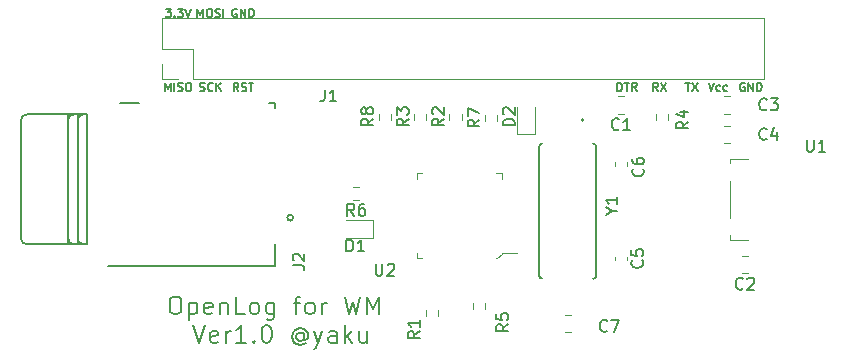
<source format=gbr>
G04 #@! TF.GenerationSoftware,KiCad,Pcbnew,(5.1.5)-3*
G04 #@! TF.CreationDate,2023-01-26T09:30:51+09:00*
G04 #@! TF.ProjectId,raspberrypi_zerow_uhat,72617370-6265-4727-9279-70695f7a6572,1.0*
G04 #@! TF.SameCoordinates,Original*
G04 #@! TF.FileFunction,Legend,Top*
G04 #@! TF.FilePolarity,Positive*
%FSLAX46Y46*%
G04 Gerber Fmt 4.6, Leading zero omitted, Abs format (unit mm)*
G04 Created by KiCad (PCBNEW (5.1.5)-3) date 2023-01-26 09:30:51*
%MOMM*%
%LPD*%
G04 APERTURE LIST*
%ADD10C,0.150000*%
%ADD11C,0.127000*%
%ADD12C,0.200000*%
%ADD13C,0.152400*%
%ADD14C,0.100000*%
%ADD15C,0.120000*%
G04 APERTURE END LIST*
D10*
X173998666Y-97718000D02*
X173932000Y-97684666D01*
X173832000Y-97684666D01*
X173732000Y-97718000D01*
X173665333Y-97784666D01*
X173632000Y-97851333D01*
X173598666Y-97984666D01*
X173598666Y-98084666D01*
X173632000Y-98218000D01*
X173665333Y-98284666D01*
X173732000Y-98351333D01*
X173832000Y-98384666D01*
X173898666Y-98384666D01*
X173998666Y-98351333D01*
X174032000Y-98318000D01*
X174032000Y-98084666D01*
X173898666Y-98084666D01*
X174332000Y-98384666D02*
X174332000Y-97684666D01*
X174732000Y-98384666D01*
X174732000Y-97684666D01*
X175065333Y-98384666D02*
X175065333Y-97684666D01*
X175232000Y-97684666D01*
X175332000Y-97718000D01*
X175398666Y-97784666D01*
X175432000Y-97851333D01*
X175465333Y-97984666D01*
X175465333Y-98084666D01*
X175432000Y-98218000D01*
X175398666Y-98284666D01*
X175332000Y-98351333D01*
X175232000Y-98384666D01*
X175065333Y-98384666D01*
X170948666Y-97684666D02*
X171182000Y-98384666D01*
X171415333Y-97684666D01*
X171948666Y-98351333D02*
X171882000Y-98384666D01*
X171748666Y-98384666D01*
X171682000Y-98351333D01*
X171648666Y-98318000D01*
X171615333Y-98251333D01*
X171615333Y-98051333D01*
X171648666Y-97984666D01*
X171682000Y-97951333D01*
X171748666Y-97918000D01*
X171882000Y-97918000D01*
X171948666Y-97951333D01*
X172548666Y-98351333D02*
X172482000Y-98384666D01*
X172348666Y-98384666D01*
X172282000Y-98351333D01*
X172248666Y-98318000D01*
X172215333Y-98251333D01*
X172215333Y-98051333D01*
X172248666Y-97984666D01*
X172282000Y-97951333D01*
X172348666Y-97918000D01*
X172482000Y-97918000D01*
X172548666Y-97951333D01*
X168998666Y-97684666D02*
X169398666Y-97684666D01*
X169198666Y-98384666D02*
X169198666Y-97684666D01*
X169565333Y-97684666D02*
X170032000Y-98384666D01*
X170032000Y-97684666D02*
X169565333Y-98384666D01*
X163232000Y-98384666D02*
X163232000Y-97684666D01*
X163398666Y-97684666D01*
X163498666Y-97718000D01*
X163565333Y-97784666D01*
X163598666Y-97851333D01*
X163632000Y-97984666D01*
X163632000Y-98084666D01*
X163598666Y-98218000D01*
X163565333Y-98284666D01*
X163498666Y-98351333D01*
X163398666Y-98384666D01*
X163232000Y-98384666D01*
X163832000Y-97684666D02*
X164232000Y-97684666D01*
X164032000Y-98384666D02*
X164032000Y-97684666D01*
X164865333Y-98384666D02*
X164632000Y-98051333D01*
X164465333Y-98384666D02*
X164465333Y-97684666D01*
X164732000Y-97684666D01*
X164798666Y-97718000D01*
X164832000Y-97751333D01*
X164865333Y-97818000D01*
X164865333Y-97918000D01*
X164832000Y-97984666D01*
X164798666Y-98018000D01*
X164732000Y-98051333D01*
X164465333Y-98051333D01*
X166665333Y-98384666D02*
X166432000Y-98051333D01*
X166265333Y-98384666D02*
X166265333Y-97684666D01*
X166532000Y-97684666D01*
X166598666Y-97718000D01*
X166632000Y-97751333D01*
X166665333Y-97818000D01*
X166665333Y-97918000D01*
X166632000Y-97984666D01*
X166598666Y-98018000D01*
X166532000Y-98051333D01*
X166265333Y-98051333D01*
X166898666Y-97684666D02*
X167365333Y-98384666D01*
X167365333Y-97684666D02*
X166898666Y-98384666D01*
X130998666Y-91468000D02*
X130932000Y-91434666D01*
X130832000Y-91434666D01*
X130732000Y-91468000D01*
X130665333Y-91534666D01*
X130632000Y-91601333D01*
X130598666Y-91734666D01*
X130598666Y-91834666D01*
X130632000Y-91968000D01*
X130665333Y-92034666D01*
X130732000Y-92101333D01*
X130832000Y-92134666D01*
X130898666Y-92134666D01*
X130998666Y-92101333D01*
X131032000Y-92068000D01*
X131032000Y-91834666D01*
X130898666Y-91834666D01*
X131332000Y-92134666D02*
X131332000Y-91434666D01*
X131732000Y-92134666D01*
X131732000Y-91434666D01*
X132065333Y-92134666D02*
X132065333Y-91434666D01*
X132232000Y-91434666D01*
X132332000Y-91468000D01*
X132398666Y-91534666D01*
X132432000Y-91601333D01*
X132465333Y-91734666D01*
X132465333Y-91834666D01*
X132432000Y-91968000D01*
X132398666Y-92034666D01*
X132332000Y-92101333D01*
X132232000Y-92134666D01*
X132065333Y-92134666D01*
X127682000Y-92134666D02*
X127682000Y-91434666D01*
X127915333Y-91934666D01*
X128148666Y-91434666D01*
X128148666Y-92134666D01*
X128615333Y-91434666D02*
X128748666Y-91434666D01*
X128815333Y-91468000D01*
X128882000Y-91534666D01*
X128915333Y-91668000D01*
X128915333Y-91901333D01*
X128882000Y-92034666D01*
X128815333Y-92101333D01*
X128748666Y-92134666D01*
X128615333Y-92134666D01*
X128548666Y-92101333D01*
X128482000Y-92034666D01*
X128448666Y-91901333D01*
X128448666Y-91668000D01*
X128482000Y-91534666D01*
X128548666Y-91468000D01*
X128615333Y-91434666D01*
X129182000Y-92101333D02*
X129282000Y-92134666D01*
X129448666Y-92134666D01*
X129515333Y-92101333D01*
X129548666Y-92068000D01*
X129582000Y-92001333D01*
X129582000Y-91934666D01*
X129548666Y-91868000D01*
X129515333Y-91834666D01*
X129448666Y-91801333D01*
X129315333Y-91768000D01*
X129248666Y-91734666D01*
X129215333Y-91701333D01*
X129182000Y-91634666D01*
X129182000Y-91568000D01*
X129215333Y-91501333D01*
X129248666Y-91468000D01*
X129315333Y-91434666D01*
X129482000Y-91434666D01*
X129582000Y-91468000D01*
X129882000Y-92134666D02*
X129882000Y-91434666D01*
X131148666Y-98384666D02*
X130915333Y-98051333D01*
X130748666Y-98384666D02*
X130748666Y-97684666D01*
X131015333Y-97684666D01*
X131082000Y-97718000D01*
X131115333Y-97751333D01*
X131148666Y-97818000D01*
X131148666Y-97918000D01*
X131115333Y-97984666D01*
X131082000Y-98018000D01*
X131015333Y-98051333D01*
X130748666Y-98051333D01*
X131415333Y-98351333D02*
X131515333Y-98384666D01*
X131682000Y-98384666D01*
X131748666Y-98351333D01*
X131782000Y-98318000D01*
X131815333Y-98251333D01*
X131815333Y-98184666D01*
X131782000Y-98118000D01*
X131748666Y-98084666D01*
X131682000Y-98051333D01*
X131548666Y-98018000D01*
X131482000Y-97984666D01*
X131448666Y-97951333D01*
X131415333Y-97884666D01*
X131415333Y-97818000D01*
X131448666Y-97751333D01*
X131482000Y-97718000D01*
X131548666Y-97684666D01*
X131715333Y-97684666D01*
X131815333Y-97718000D01*
X132015333Y-97684666D02*
X132415333Y-97684666D01*
X132215333Y-98384666D02*
X132215333Y-97684666D01*
X127882000Y-98351333D02*
X127982000Y-98384666D01*
X128148666Y-98384666D01*
X128215333Y-98351333D01*
X128248666Y-98318000D01*
X128282000Y-98251333D01*
X128282000Y-98184666D01*
X128248666Y-98118000D01*
X128215333Y-98084666D01*
X128148666Y-98051333D01*
X128015333Y-98018000D01*
X127948666Y-97984666D01*
X127915333Y-97951333D01*
X127882000Y-97884666D01*
X127882000Y-97818000D01*
X127915333Y-97751333D01*
X127948666Y-97718000D01*
X128015333Y-97684666D01*
X128182000Y-97684666D01*
X128282000Y-97718000D01*
X128982000Y-98318000D02*
X128948666Y-98351333D01*
X128848666Y-98384666D01*
X128782000Y-98384666D01*
X128682000Y-98351333D01*
X128615333Y-98284666D01*
X128582000Y-98218000D01*
X128548666Y-98084666D01*
X128548666Y-97984666D01*
X128582000Y-97851333D01*
X128615333Y-97784666D01*
X128682000Y-97718000D01*
X128782000Y-97684666D01*
X128848666Y-97684666D01*
X128948666Y-97718000D01*
X128982000Y-97751333D01*
X129282000Y-98384666D02*
X129282000Y-97684666D01*
X129682000Y-98384666D02*
X129382000Y-97984666D01*
X129682000Y-97684666D02*
X129282000Y-98084666D01*
X124998666Y-91434666D02*
X125432000Y-91434666D01*
X125198666Y-91701333D01*
X125298666Y-91701333D01*
X125365333Y-91734666D01*
X125398666Y-91768000D01*
X125432000Y-91834666D01*
X125432000Y-92001333D01*
X125398666Y-92068000D01*
X125365333Y-92101333D01*
X125298666Y-92134666D01*
X125098666Y-92134666D01*
X125032000Y-92101333D01*
X124998666Y-92068000D01*
X125732000Y-92068000D02*
X125765333Y-92101333D01*
X125732000Y-92134666D01*
X125698666Y-92101333D01*
X125732000Y-92068000D01*
X125732000Y-92134666D01*
X125998666Y-91434666D02*
X126432000Y-91434666D01*
X126198666Y-91701333D01*
X126298666Y-91701333D01*
X126365333Y-91734666D01*
X126398666Y-91768000D01*
X126432000Y-91834666D01*
X126432000Y-92001333D01*
X126398666Y-92068000D01*
X126365333Y-92101333D01*
X126298666Y-92134666D01*
X126098666Y-92134666D01*
X126032000Y-92101333D01*
X125998666Y-92068000D01*
X126632000Y-91434666D02*
X126865333Y-92134666D01*
X127098666Y-91434666D01*
X124932000Y-98384666D02*
X124932000Y-97684666D01*
X125165333Y-98184666D01*
X125398666Y-97684666D01*
X125398666Y-98384666D01*
X125732000Y-98384666D02*
X125732000Y-97684666D01*
X126032000Y-98351333D02*
X126132000Y-98384666D01*
X126298666Y-98384666D01*
X126365333Y-98351333D01*
X126398666Y-98318000D01*
X126432000Y-98251333D01*
X126432000Y-98184666D01*
X126398666Y-98118000D01*
X126365333Y-98084666D01*
X126298666Y-98051333D01*
X126165333Y-98018000D01*
X126098666Y-97984666D01*
X126065333Y-97951333D01*
X126032000Y-97884666D01*
X126032000Y-97818000D01*
X126065333Y-97751333D01*
X126098666Y-97718000D01*
X126165333Y-97684666D01*
X126332000Y-97684666D01*
X126432000Y-97718000D01*
X126865333Y-97684666D02*
X126998666Y-97684666D01*
X127065333Y-97718000D01*
X127132000Y-97784666D01*
X127165333Y-97918000D01*
X127165333Y-98151333D01*
X127132000Y-98284666D01*
X127065333Y-98351333D01*
X126998666Y-98384666D01*
X126865333Y-98384666D01*
X126798666Y-98351333D01*
X126732000Y-98284666D01*
X126698666Y-98151333D01*
X126698666Y-97918000D01*
X126732000Y-97784666D01*
X126798666Y-97718000D01*
X126865333Y-97684666D01*
X125674857Y-115796571D02*
X125960571Y-115796571D01*
X126103428Y-115868000D01*
X126246285Y-116010857D01*
X126317714Y-116296571D01*
X126317714Y-116796571D01*
X126246285Y-117082285D01*
X126103428Y-117225142D01*
X125960571Y-117296571D01*
X125674857Y-117296571D01*
X125532000Y-117225142D01*
X125389142Y-117082285D01*
X125317714Y-116796571D01*
X125317714Y-116296571D01*
X125389142Y-116010857D01*
X125532000Y-115868000D01*
X125674857Y-115796571D01*
X126960571Y-116296571D02*
X126960571Y-117796571D01*
X126960571Y-116368000D02*
X127103428Y-116296571D01*
X127389142Y-116296571D01*
X127532000Y-116368000D01*
X127603428Y-116439428D01*
X127674857Y-116582285D01*
X127674857Y-117010857D01*
X127603428Y-117153714D01*
X127532000Y-117225142D01*
X127389142Y-117296571D01*
X127103428Y-117296571D01*
X126960571Y-117225142D01*
X128889142Y-117225142D02*
X128746285Y-117296571D01*
X128460571Y-117296571D01*
X128317714Y-117225142D01*
X128246285Y-117082285D01*
X128246285Y-116510857D01*
X128317714Y-116368000D01*
X128460571Y-116296571D01*
X128746285Y-116296571D01*
X128889142Y-116368000D01*
X128960571Y-116510857D01*
X128960571Y-116653714D01*
X128246285Y-116796571D01*
X129603428Y-116296571D02*
X129603428Y-117296571D01*
X129603428Y-116439428D02*
X129674857Y-116368000D01*
X129817714Y-116296571D01*
X130032000Y-116296571D01*
X130174857Y-116368000D01*
X130246285Y-116510857D01*
X130246285Y-117296571D01*
X131674857Y-117296571D02*
X130960571Y-117296571D01*
X130960571Y-115796571D01*
X132389142Y-117296571D02*
X132246285Y-117225142D01*
X132174857Y-117153714D01*
X132103428Y-117010857D01*
X132103428Y-116582285D01*
X132174857Y-116439428D01*
X132246285Y-116368000D01*
X132389142Y-116296571D01*
X132603428Y-116296571D01*
X132746285Y-116368000D01*
X132817714Y-116439428D01*
X132889142Y-116582285D01*
X132889142Y-117010857D01*
X132817714Y-117153714D01*
X132746285Y-117225142D01*
X132603428Y-117296571D01*
X132389142Y-117296571D01*
X134174857Y-116296571D02*
X134174857Y-117510857D01*
X134103428Y-117653714D01*
X134032000Y-117725142D01*
X133889142Y-117796571D01*
X133674857Y-117796571D01*
X133532000Y-117725142D01*
X134174857Y-117225142D02*
X134032000Y-117296571D01*
X133746285Y-117296571D01*
X133603428Y-117225142D01*
X133532000Y-117153714D01*
X133460571Y-117010857D01*
X133460571Y-116582285D01*
X133532000Y-116439428D01*
X133603428Y-116368000D01*
X133746285Y-116296571D01*
X134032000Y-116296571D01*
X134174857Y-116368000D01*
X135817714Y-116296571D02*
X136389142Y-116296571D01*
X136032000Y-117296571D02*
X136032000Y-116010857D01*
X136103428Y-115868000D01*
X136246285Y-115796571D01*
X136389142Y-115796571D01*
X137103428Y-117296571D02*
X136960571Y-117225142D01*
X136889142Y-117153714D01*
X136817714Y-117010857D01*
X136817714Y-116582285D01*
X136889142Y-116439428D01*
X136960571Y-116368000D01*
X137103428Y-116296571D01*
X137317714Y-116296571D01*
X137460571Y-116368000D01*
X137532000Y-116439428D01*
X137603428Y-116582285D01*
X137603428Y-117010857D01*
X137532000Y-117153714D01*
X137460571Y-117225142D01*
X137317714Y-117296571D01*
X137103428Y-117296571D01*
X138246285Y-117296571D02*
X138246285Y-116296571D01*
X138246285Y-116582285D02*
X138317714Y-116439428D01*
X138389142Y-116368000D01*
X138532000Y-116296571D01*
X138674857Y-116296571D01*
X140174857Y-115796571D02*
X140532000Y-117296571D01*
X140817714Y-116225142D01*
X141103428Y-117296571D01*
X141460571Y-115796571D01*
X142032000Y-117296571D02*
X142032000Y-115796571D01*
X142532000Y-116868000D01*
X143032000Y-115796571D01*
X143032000Y-117296571D01*
X127317714Y-118196571D02*
X127817714Y-119696571D01*
X128317714Y-118196571D01*
X129389142Y-119625142D02*
X129246285Y-119696571D01*
X128960571Y-119696571D01*
X128817714Y-119625142D01*
X128746285Y-119482285D01*
X128746285Y-118910857D01*
X128817714Y-118768000D01*
X128960571Y-118696571D01*
X129246285Y-118696571D01*
X129389142Y-118768000D01*
X129460571Y-118910857D01*
X129460571Y-119053714D01*
X128746285Y-119196571D01*
X130103428Y-119696571D02*
X130103428Y-118696571D01*
X130103428Y-118982285D02*
X130174857Y-118839428D01*
X130246285Y-118768000D01*
X130389142Y-118696571D01*
X130531999Y-118696571D01*
X131817714Y-119696571D02*
X130960571Y-119696571D01*
X131389142Y-119696571D02*
X131389142Y-118196571D01*
X131246285Y-118410857D01*
X131103428Y-118553714D01*
X130960571Y-118625142D01*
X132460571Y-119553714D02*
X132531999Y-119625142D01*
X132460571Y-119696571D01*
X132389142Y-119625142D01*
X132460571Y-119553714D01*
X132460571Y-119696571D01*
X133460571Y-118196571D02*
X133603428Y-118196571D01*
X133746285Y-118268000D01*
X133817714Y-118339428D01*
X133889142Y-118482285D01*
X133960571Y-118768000D01*
X133960571Y-119125142D01*
X133889142Y-119410857D01*
X133817714Y-119553714D01*
X133746285Y-119625142D01*
X133603428Y-119696571D01*
X133460571Y-119696571D01*
X133317714Y-119625142D01*
X133246285Y-119553714D01*
X133174857Y-119410857D01*
X133103428Y-119125142D01*
X133103428Y-118768000D01*
X133174857Y-118482285D01*
X133246285Y-118339428D01*
X133317714Y-118268000D01*
X133460571Y-118196571D01*
X136674857Y-118982285D02*
X136603428Y-118910857D01*
X136460571Y-118839428D01*
X136317714Y-118839428D01*
X136174857Y-118910857D01*
X136103428Y-118982285D01*
X136032000Y-119125142D01*
X136032000Y-119268000D01*
X136103428Y-119410857D01*
X136174857Y-119482285D01*
X136317714Y-119553714D01*
X136460571Y-119553714D01*
X136603428Y-119482285D01*
X136674857Y-119410857D01*
X136674857Y-118839428D02*
X136674857Y-119410857D01*
X136746285Y-119482285D01*
X136817714Y-119482285D01*
X136960571Y-119410857D01*
X137032000Y-119268000D01*
X137032000Y-118910857D01*
X136889142Y-118696571D01*
X136674857Y-118553714D01*
X136389142Y-118482285D01*
X136103428Y-118553714D01*
X135889142Y-118696571D01*
X135746285Y-118910857D01*
X135674857Y-119196571D01*
X135746285Y-119482285D01*
X135889142Y-119696571D01*
X136103428Y-119839428D01*
X136389142Y-119910857D01*
X136674857Y-119839428D01*
X136889142Y-119696571D01*
X137532000Y-118696571D02*
X137889142Y-119696571D01*
X138246285Y-118696571D02*
X137889142Y-119696571D01*
X137746285Y-120053714D01*
X137674857Y-120125142D01*
X137532000Y-120196571D01*
X139460571Y-119696571D02*
X139460571Y-118910857D01*
X139389142Y-118768000D01*
X139246285Y-118696571D01*
X138960571Y-118696571D01*
X138817714Y-118768000D01*
X139460571Y-119625142D02*
X139317714Y-119696571D01*
X138960571Y-119696571D01*
X138817714Y-119625142D01*
X138746285Y-119482285D01*
X138746285Y-119339428D01*
X138817714Y-119196571D01*
X138960571Y-119125142D01*
X139317714Y-119125142D01*
X139460571Y-119053714D01*
X140174857Y-119696571D02*
X140174857Y-118196571D01*
X140317714Y-119125142D02*
X140746285Y-119696571D01*
X140746285Y-118696571D02*
X140174857Y-119268000D01*
X142032000Y-118696571D02*
X142032000Y-119696571D01*
X141389142Y-118696571D02*
X141389142Y-119482285D01*
X141460571Y-119625142D01*
X141603428Y-119696571D01*
X141817714Y-119696571D01*
X141960571Y-119625142D01*
X142032000Y-119553714D01*
D11*
X121132000Y-99368000D02*
X122732000Y-99368000D01*
D12*
X135782000Y-109118000D02*
G75*
G03X135782000Y-109118000I-250000J0D01*
G01*
D11*
X134282000Y-113218000D02*
X120132000Y-113218000D01*
X134282000Y-111368000D02*
X134282000Y-113218000D01*
X134282000Y-99368000D02*
X133732000Y-99368000D01*
X134282000Y-99818000D02*
X134282000Y-99368000D01*
X113232000Y-100368000D02*
G75*
G03X112732000Y-100868000I0J-500000D01*
G01*
X116732000Y-100368000D02*
X113232000Y-100368000D01*
X117232000Y-100368000D02*
G75*
G03X116732000Y-100868000I0J-500000D01*
G01*
X117532000Y-100368000D02*
X117232000Y-100368000D01*
X118032000Y-100368000D02*
G75*
G03X117532000Y-100868000I0J-500000D01*
G01*
X118332000Y-100368000D02*
X118032000Y-100368000D01*
X113232000Y-111368000D02*
G75*
G02X112732000Y-110868000I0J500000D01*
G01*
X116732000Y-111368000D02*
X113232000Y-111368000D01*
X117232000Y-111368000D02*
G75*
G02X116732000Y-110868000I0J500000D01*
G01*
X117532000Y-111368000D02*
X117232000Y-111368000D01*
X118032000Y-111368000D02*
G75*
G02X117532000Y-110868000I0J500000D01*
G01*
X118332000Y-111368000D02*
X118032000Y-111368000D01*
X112732000Y-110868000D02*
X112732000Y-100868000D01*
X118332000Y-100368000D02*
X118332000Y-111368000D01*
X116732000Y-100368000D02*
X117232000Y-100368000D01*
X116732000Y-100868000D02*
X116732000Y-100368000D01*
X116732000Y-110868000D02*
X116732000Y-100868000D01*
X116732000Y-111368000D02*
X116732000Y-110868000D01*
X117232000Y-111368000D02*
X116732000Y-111368000D01*
X117532000Y-100368000D02*
X118032000Y-100368000D01*
X117532000Y-100868000D02*
X117532000Y-100368000D01*
X117532000Y-110868000D02*
X117532000Y-100868000D01*
X117532000Y-111368000D02*
X117532000Y-110868000D01*
X118032000Y-111368000D02*
X117532000Y-111368000D01*
D13*
X161445000Y-103107000D02*
X161445000Y-114029000D01*
X161191000Y-102853000D02*
G75*
G02X161445000Y-103107000I0J-254000D01*
G01*
X161445000Y-114029000D02*
G75*
G02X161191000Y-114283000I-254000J0D01*
G01*
X156619000Y-103107000D02*
X156619000Y-114029000D01*
X156873000Y-102853000D02*
G75*
G03X156619000Y-103107000I0J-254000D01*
G01*
X156619000Y-114029000D02*
G75*
G03X156873000Y-114283000I254000J0D01*
G01*
D14*
X160409000Y-100818000D02*
G75*
G03X160409000Y-100818000I-127000J0D01*
G01*
X152982000Y-112568000D02*
X153082000Y-112568000D01*
X153082000Y-112568000D02*
X153432000Y-112218000D01*
X153432000Y-112218000D02*
X153432000Y-112118000D01*
X153432000Y-112118000D02*
X154732000Y-112118000D01*
X146232000Y-112568000D02*
X146682000Y-112568000D01*
X146232000Y-112568000D02*
X146232000Y-112118000D01*
X146232000Y-105368000D02*
X146232000Y-105818000D01*
X146232000Y-105368000D02*
X146682000Y-105368000D01*
X153432000Y-105368000D02*
X152982000Y-105368000D01*
X153432000Y-105368000D02*
X153432000Y-105818000D01*
D15*
X172757000Y-110968000D02*
X172757000Y-110568000D01*
X174257000Y-110968000D02*
X172757000Y-110968000D01*
X172757000Y-109168000D02*
X172757000Y-105968000D01*
X172757000Y-104168000D02*
X174257000Y-104168000D01*
X172757000Y-104518000D02*
X172757000Y-104168000D01*
X144054500Y-100822724D02*
X144054500Y-100313276D01*
X143009500Y-100822724D02*
X143009500Y-100313276D01*
X153054500Y-100910724D02*
X153054500Y-100401276D01*
X152009500Y-100910724D02*
X152009500Y-100401276D01*
X141374724Y-106545500D02*
X140865276Y-106545500D01*
X141374724Y-107590500D02*
X140865276Y-107590500D01*
X151009500Y-116313276D02*
X151009500Y-116822724D01*
X152054500Y-116313276D02*
X152054500Y-116822724D01*
X167554500Y-100822724D02*
X167554500Y-100313276D01*
X166509500Y-100822724D02*
X166509500Y-100313276D01*
X147054500Y-100822724D02*
X147054500Y-100313276D01*
X146009500Y-100822724D02*
X146009500Y-100313276D01*
X150054500Y-100822724D02*
X150054500Y-100313276D01*
X149009500Y-100822724D02*
X149009500Y-100313276D01*
X148054500Y-117410724D02*
X148054500Y-116901276D01*
X147009500Y-117410724D02*
X147009500Y-116901276D01*
X124702000Y-97398000D02*
X124702000Y-96068000D01*
X126032000Y-97398000D02*
X124702000Y-97398000D01*
X124702000Y-94798000D02*
X124702000Y-92198000D01*
X127302000Y-94798000D02*
X124702000Y-94798000D01*
X127302000Y-97398000D02*
X127302000Y-94798000D01*
X124702000Y-92198000D02*
X175622000Y-92198000D01*
X127302000Y-97398000D02*
X175622000Y-97398000D01*
X175622000Y-97398000D02*
X175622000Y-92198000D01*
X156292000Y-102038000D02*
X156292000Y-99768000D01*
X154772000Y-102038000D02*
X156292000Y-102038000D01*
X154772000Y-99768000D02*
X154772000Y-102038000D01*
X142502000Y-109308000D02*
X140232000Y-109308000D01*
X142502000Y-110828000D02*
X142502000Y-109308000D01*
X140232000Y-110828000D02*
X142502000Y-110828000D01*
X159293252Y-117333000D02*
X158770748Y-117333000D01*
X159293252Y-118803000D02*
X158770748Y-118803000D01*
X164042000Y-104714267D02*
X164042000Y-104421733D01*
X163022000Y-104714267D02*
X163022000Y-104421733D01*
X163022000Y-112421733D02*
X163022000Y-112714267D01*
X164042000Y-112421733D02*
X164042000Y-112714267D01*
X172793252Y-101333000D02*
X172270748Y-101333000D01*
X172793252Y-102803000D02*
X172270748Y-102803000D01*
X172755252Y-98833000D02*
X172232748Y-98833000D01*
X172755252Y-100303000D02*
X172232748Y-100303000D01*
X174293252Y-112333000D02*
X173770748Y-112333000D01*
X174293252Y-113803000D02*
X173770748Y-113803000D01*
X163793252Y-98833000D02*
X163270748Y-98833000D01*
X163793252Y-100303000D02*
X163270748Y-100303000D01*
D10*
X135733544Y-113151842D02*
X136448921Y-113151842D01*
X136591996Y-113199534D01*
X136687380Y-113294918D01*
X136735072Y-113437993D01*
X136735072Y-113533377D01*
X135828927Y-112722616D02*
X135781236Y-112674924D01*
X135733544Y-112579540D01*
X135733544Y-112341081D01*
X135781236Y-112245698D01*
X135828927Y-112198006D01*
X135924311Y-112150314D01*
X136019695Y-112150314D01*
X136162770Y-112198006D01*
X136735072Y-112770308D01*
X136735072Y-112150314D01*
X162758155Y-108544880D02*
X163235036Y-108544880D01*
X162233587Y-108878696D02*
X162758155Y-108544880D01*
X162233587Y-108211064D01*
X163235036Y-107352679D02*
X163235036Y-107924935D01*
X163235036Y-107638807D02*
X162233587Y-107638807D01*
X162376651Y-107734183D01*
X162472027Y-107829559D01*
X162519715Y-107924935D01*
X142770095Y-113020380D02*
X142770095Y-113829904D01*
X142817714Y-113925142D01*
X142865333Y-113972761D01*
X142960571Y-114020380D01*
X143151047Y-114020380D01*
X143246285Y-113972761D01*
X143293904Y-113925142D01*
X143341523Y-113829904D01*
X143341523Y-113020380D01*
X143770095Y-113115619D02*
X143817714Y-113068000D01*
X143912952Y-113020380D01*
X144151047Y-113020380D01*
X144246285Y-113068000D01*
X144293904Y-113115619D01*
X144341523Y-113210857D01*
X144341523Y-113306095D01*
X144293904Y-113448952D01*
X143722476Y-114020380D01*
X144341523Y-114020380D01*
X179270095Y-102520380D02*
X179270095Y-103329904D01*
X179317714Y-103425142D01*
X179365333Y-103472761D01*
X179460571Y-103520380D01*
X179651047Y-103520380D01*
X179746285Y-103472761D01*
X179793904Y-103425142D01*
X179841523Y-103329904D01*
X179841523Y-102520380D01*
X180841523Y-103520380D02*
X180270095Y-103520380D01*
X180555809Y-103520380D02*
X180555809Y-102520380D01*
X180460571Y-102663238D01*
X180365333Y-102758476D01*
X180270095Y-102806095D01*
X142554380Y-100734666D02*
X142078190Y-101068000D01*
X142554380Y-101306095D02*
X141554380Y-101306095D01*
X141554380Y-100925142D01*
X141602000Y-100829904D01*
X141649619Y-100782285D01*
X141744857Y-100734666D01*
X141887714Y-100734666D01*
X141982952Y-100782285D01*
X142030571Y-100829904D01*
X142078190Y-100925142D01*
X142078190Y-101306095D01*
X141982952Y-100163238D02*
X141935333Y-100258476D01*
X141887714Y-100306095D01*
X141792476Y-100353714D01*
X141744857Y-100353714D01*
X141649619Y-100306095D01*
X141602000Y-100258476D01*
X141554380Y-100163238D01*
X141554380Y-99972761D01*
X141602000Y-99877523D01*
X141649619Y-99829904D01*
X141744857Y-99782285D01*
X141792476Y-99782285D01*
X141887714Y-99829904D01*
X141935333Y-99877523D01*
X141982952Y-99972761D01*
X141982952Y-100163238D01*
X142030571Y-100258476D01*
X142078190Y-100306095D01*
X142173428Y-100353714D01*
X142363904Y-100353714D01*
X142459142Y-100306095D01*
X142506761Y-100258476D01*
X142554380Y-100163238D01*
X142554380Y-99972761D01*
X142506761Y-99877523D01*
X142459142Y-99829904D01*
X142363904Y-99782285D01*
X142173428Y-99782285D01*
X142078190Y-99829904D01*
X142030571Y-99877523D01*
X141982952Y-99972761D01*
X151554380Y-100822666D02*
X151078190Y-101156000D01*
X151554380Y-101394095D02*
X150554380Y-101394095D01*
X150554380Y-101013142D01*
X150602000Y-100917904D01*
X150649619Y-100870285D01*
X150744857Y-100822666D01*
X150887714Y-100822666D01*
X150982952Y-100870285D01*
X151030571Y-100917904D01*
X151078190Y-101013142D01*
X151078190Y-101394095D01*
X150554380Y-100489333D02*
X150554380Y-99822666D01*
X151554380Y-100251238D01*
X140953333Y-108950380D02*
X140620000Y-108474190D01*
X140381904Y-108950380D02*
X140381904Y-107950380D01*
X140762857Y-107950380D01*
X140858095Y-107998000D01*
X140905714Y-108045619D01*
X140953333Y-108140857D01*
X140953333Y-108283714D01*
X140905714Y-108378952D01*
X140858095Y-108426571D01*
X140762857Y-108474190D01*
X140381904Y-108474190D01*
X141810476Y-107950380D02*
X141620000Y-107950380D01*
X141524761Y-107998000D01*
X141477142Y-108045619D01*
X141381904Y-108188476D01*
X141334285Y-108378952D01*
X141334285Y-108759904D01*
X141381904Y-108855142D01*
X141429523Y-108902761D01*
X141524761Y-108950380D01*
X141715238Y-108950380D01*
X141810476Y-108902761D01*
X141858095Y-108855142D01*
X141905714Y-108759904D01*
X141905714Y-108521809D01*
X141858095Y-108426571D01*
X141810476Y-108378952D01*
X141715238Y-108331333D01*
X141524761Y-108331333D01*
X141429523Y-108378952D01*
X141381904Y-108426571D01*
X141334285Y-108521809D01*
X153984380Y-118147166D02*
X153508190Y-118480500D01*
X153984380Y-118718595D02*
X152984380Y-118718595D01*
X152984380Y-118337642D01*
X153032000Y-118242404D01*
X153079619Y-118194785D01*
X153174857Y-118147166D01*
X153317714Y-118147166D01*
X153412952Y-118194785D01*
X153460571Y-118242404D01*
X153508190Y-118337642D01*
X153508190Y-118718595D01*
X152984380Y-117242404D02*
X152984380Y-117718595D01*
X153460571Y-117766214D01*
X153412952Y-117718595D01*
X153365333Y-117623357D01*
X153365333Y-117385261D01*
X153412952Y-117290023D01*
X153460571Y-117242404D01*
X153555809Y-117194785D01*
X153793904Y-117194785D01*
X153889142Y-117242404D01*
X153936761Y-117290023D01*
X153984380Y-117385261D01*
X153984380Y-117623357D01*
X153936761Y-117718595D01*
X153889142Y-117766214D01*
X169234380Y-100984666D02*
X168758190Y-101318000D01*
X169234380Y-101556095D02*
X168234380Y-101556095D01*
X168234380Y-101175142D01*
X168282000Y-101079904D01*
X168329619Y-101032285D01*
X168424857Y-100984666D01*
X168567714Y-100984666D01*
X168662952Y-101032285D01*
X168710571Y-101079904D01*
X168758190Y-101175142D01*
X168758190Y-101556095D01*
X168567714Y-100127523D02*
X169234380Y-100127523D01*
X168186761Y-100365619D02*
X168901047Y-100603714D01*
X168901047Y-99984666D01*
X145554380Y-100734666D02*
X145078190Y-101068000D01*
X145554380Y-101306095D02*
X144554380Y-101306095D01*
X144554380Y-100925142D01*
X144602000Y-100829904D01*
X144649619Y-100782285D01*
X144744857Y-100734666D01*
X144887714Y-100734666D01*
X144982952Y-100782285D01*
X145030571Y-100829904D01*
X145078190Y-100925142D01*
X145078190Y-101306095D01*
X144554380Y-100401333D02*
X144554380Y-99782285D01*
X144935333Y-100115619D01*
X144935333Y-99972761D01*
X144982952Y-99877523D01*
X145030571Y-99829904D01*
X145125809Y-99782285D01*
X145363904Y-99782285D01*
X145459142Y-99829904D01*
X145506761Y-99877523D01*
X145554380Y-99972761D01*
X145554380Y-100258476D01*
X145506761Y-100353714D01*
X145459142Y-100401333D01*
X148554380Y-100734666D02*
X148078190Y-101068000D01*
X148554380Y-101306095D02*
X147554380Y-101306095D01*
X147554380Y-100925142D01*
X147602000Y-100829904D01*
X147649619Y-100782285D01*
X147744857Y-100734666D01*
X147887714Y-100734666D01*
X147982952Y-100782285D01*
X148030571Y-100829904D01*
X148078190Y-100925142D01*
X148078190Y-101306095D01*
X147649619Y-100353714D02*
X147602000Y-100306095D01*
X147554380Y-100210857D01*
X147554380Y-99972761D01*
X147602000Y-99877523D01*
X147649619Y-99829904D01*
X147744857Y-99782285D01*
X147840095Y-99782285D01*
X147982952Y-99829904D01*
X148554380Y-100401333D01*
X148554380Y-99782285D01*
X146484380Y-118735166D02*
X146008190Y-119068500D01*
X146484380Y-119306595D02*
X145484380Y-119306595D01*
X145484380Y-118925642D01*
X145532000Y-118830404D01*
X145579619Y-118782785D01*
X145674857Y-118735166D01*
X145817714Y-118735166D01*
X145912952Y-118782785D01*
X145960571Y-118830404D01*
X146008190Y-118925642D01*
X146008190Y-119306595D01*
X146484380Y-117782785D02*
X146484380Y-118354214D01*
X146484380Y-118068500D02*
X145484380Y-118068500D01*
X145627238Y-118163738D01*
X145722476Y-118258976D01*
X145770095Y-118354214D01*
X138448666Y-98270380D02*
X138448666Y-98984666D01*
X138401047Y-99127523D01*
X138305809Y-99222761D01*
X138162952Y-99270380D01*
X138067714Y-99270380D01*
X139448666Y-99270380D02*
X138877238Y-99270380D01*
X139162952Y-99270380D02*
X139162952Y-98270380D01*
X139067714Y-98413238D01*
X138972476Y-98508476D01*
X138877238Y-98556095D01*
X154534380Y-101306095D02*
X153534380Y-101306095D01*
X153534380Y-101068000D01*
X153582000Y-100925142D01*
X153677238Y-100829904D01*
X153772476Y-100782285D01*
X153962952Y-100734666D01*
X154105809Y-100734666D01*
X154296285Y-100782285D01*
X154391523Y-100829904D01*
X154486761Y-100925142D01*
X154534380Y-101068000D01*
X154534380Y-101306095D01*
X153629619Y-100353714D02*
X153582000Y-100306095D01*
X153534380Y-100210857D01*
X153534380Y-99972761D01*
X153582000Y-99877523D01*
X153629619Y-99829904D01*
X153724857Y-99782285D01*
X153820095Y-99782285D01*
X153962952Y-99829904D01*
X154534380Y-100401333D01*
X154534380Y-99782285D01*
X140293904Y-111970380D02*
X140293904Y-110970380D01*
X140532000Y-110970380D01*
X140674857Y-111018000D01*
X140770095Y-111113238D01*
X140817714Y-111208476D01*
X140865333Y-111398952D01*
X140865333Y-111541809D01*
X140817714Y-111732285D01*
X140770095Y-111827523D01*
X140674857Y-111922761D01*
X140532000Y-111970380D01*
X140293904Y-111970380D01*
X141817714Y-111970380D02*
X141246285Y-111970380D01*
X141532000Y-111970380D02*
X141532000Y-110970380D01*
X141436761Y-111113238D01*
X141341523Y-111208476D01*
X141246285Y-111256095D01*
X162365333Y-118675142D02*
X162317714Y-118722761D01*
X162174857Y-118770380D01*
X162079619Y-118770380D01*
X161936761Y-118722761D01*
X161841523Y-118627523D01*
X161793904Y-118532285D01*
X161746285Y-118341809D01*
X161746285Y-118198952D01*
X161793904Y-118008476D01*
X161841523Y-117913238D01*
X161936761Y-117818000D01*
X162079619Y-117770380D01*
X162174857Y-117770380D01*
X162317714Y-117818000D01*
X162365333Y-117865619D01*
X162698666Y-117770380D02*
X163365333Y-117770380D01*
X162936761Y-118770380D01*
X165389142Y-104984666D02*
X165436761Y-105032285D01*
X165484380Y-105175142D01*
X165484380Y-105270380D01*
X165436761Y-105413238D01*
X165341523Y-105508476D01*
X165246285Y-105556095D01*
X165055809Y-105603714D01*
X164912952Y-105603714D01*
X164722476Y-105556095D01*
X164627238Y-105508476D01*
X164532000Y-105413238D01*
X164484380Y-105270380D01*
X164484380Y-105175142D01*
X164532000Y-105032285D01*
X164579619Y-104984666D01*
X164484380Y-104127523D02*
X164484380Y-104318000D01*
X164532000Y-104413238D01*
X164579619Y-104460857D01*
X164722476Y-104556095D01*
X164912952Y-104603714D01*
X165293904Y-104603714D01*
X165389142Y-104556095D01*
X165436761Y-104508476D01*
X165484380Y-104413238D01*
X165484380Y-104222761D01*
X165436761Y-104127523D01*
X165389142Y-104079904D01*
X165293904Y-104032285D01*
X165055809Y-104032285D01*
X164960571Y-104079904D01*
X164912952Y-104127523D01*
X164865333Y-104222761D01*
X164865333Y-104413238D01*
X164912952Y-104508476D01*
X164960571Y-104556095D01*
X165055809Y-104603714D01*
X165319142Y-112734666D02*
X165366761Y-112782285D01*
X165414380Y-112925142D01*
X165414380Y-113020380D01*
X165366761Y-113163238D01*
X165271523Y-113258476D01*
X165176285Y-113306095D01*
X164985809Y-113353714D01*
X164842952Y-113353714D01*
X164652476Y-113306095D01*
X164557238Y-113258476D01*
X164462000Y-113163238D01*
X164414380Y-113020380D01*
X164414380Y-112925142D01*
X164462000Y-112782285D01*
X164509619Y-112734666D01*
X164414380Y-111829904D02*
X164414380Y-112306095D01*
X164890571Y-112353714D01*
X164842952Y-112306095D01*
X164795333Y-112210857D01*
X164795333Y-111972761D01*
X164842952Y-111877523D01*
X164890571Y-111829904D01*
X164985809Y-111782285D01*
X165223904Y-111782285D01*
X165319142Y-111829904D01*
X165366761Y-111877523D01*
X165414380Y-111972761D01*
X165414380Y-112210857D01*
X165366761Y-112306095D01*
X165319142Y-112353714D01*
X175865333Y-102425142D02*
X175817714Y-102472761D01*
X175674857Y-102520380D01*
X175579619Y-102520380D01*
X175436761Y-102472761D01*
X175341523Y-102377523D01*
X175293904Y-102282285D01*
X175246285Y-102091809D01*
X175246285Y-101948952D01*
X175293904Y-101758476D01*
X175341523Y-101663238D01*
X175436761Y-101568000D01*
X175579619Y-101520380D01*
X175674857Y-101520380D01*
X175817714Y-101568000D01*
X175865333Y-101615619D01*
X176722476Y-101853714D02*
X176722476Y-102520380D01*
X176484380Y-101472761D02*
X176246285Y-102187047D01*
X176865333Y-102187047D01*
X175864833Y-99925142D02*
X175817214Y-99972761D01*
X175674357Y-100020380D01*
X175579119Y-100020380D01*
X175436261Y-99972761D01*
X175341023Y-99877523D01*
X175293404Y-99782285D01*
X175245785Y-99591809D01*
X175245785Y-99448952D01*
X175293404Y-99258476D01*
X175341023Y-99163238D01*
X175436261Y-99068000D01*
X175579119Y-99020380D01*
X175674357Y-99020380D01*
X175817214Y-99068000D01*
X175864833Y-99115619D01*
X176198166Y-99020380D02*
X176817214Y-99020380D01*
X176483880Y-99401333D01*
X176626738Y-99401333D01*
X176721976Y-99448952D01*
X176769595Y-99496571D01*
X176817214Y-99591809D01*
X176817214Y-99829904D01*
X176769595Y-99925142D01*
X176721976Y-99972761D01*
X176626738Y-100020380D01*
X176341023Y-100020380D01*
X176245785Y-99972761D01*
X176198166Y-99925142D01*
X173865333Y-115105142D02*
X173817714Y-115152761D01*
X173674857Y-115200380D01*
X173579619Y-115200380D01*
X173436761Y-115152761D01*
X173341523Y-115057523D01*
X173293904Y-114962285D01*
X173246285Y-114771809D01*
X173246285Y-114628952D01*
X173293904Y-114438476D01*
X173341523Y-114343238D01*
X173436761Y-114248000D01*
X173579619Y-114200380D01*
X173674857Y-114200380D01*
X173817714Y-114248000D01*
X173865333Y-114295619D01*
X174246285Y-114295619D02*
X174293904Y-114248000D01*
X174389142Y-114200380D01*
X174627238Y-114200380D01*
X174722476Y-114248000D01*
X174770095Y-114295619D01*
X174817714Y-114390857D01*
X174817714Y-114486095D01*
X174770095Y-114628952D01*
X174198666Y-115200380D01*
X174817714Y-115200380D01*
X163365333Y-101605142D02*
X163317714Y-101652761D01*
X163174857Y-101700380D01*
X163079619Y-101700380D01*
X162936761Y-101652761D01*
X162841523Y-101557523D01*
X162793904Y-101462285D01*
X162746285Y-101271809D01*
X162746285Y-101128952D01*
X162793904Y-100938476D01*
X162841523Y-100843238D01*
X162936761Y-100748000D01*
X163079619Y-100700380D01*
X163174857Y-100700380D01*
X163317714Y-100748000D01*
X163365333Y-100795619D01*
X164317714Y-101700380D02*
X163746285Y-101700380D01*
X164032000Y-101700380D02*
X164032000Y-100700380D01*
X163936761Y-100843238D01*
X163841523Y-100938476D01*
X163746285Y-100986095D01*
M02*

</source>
